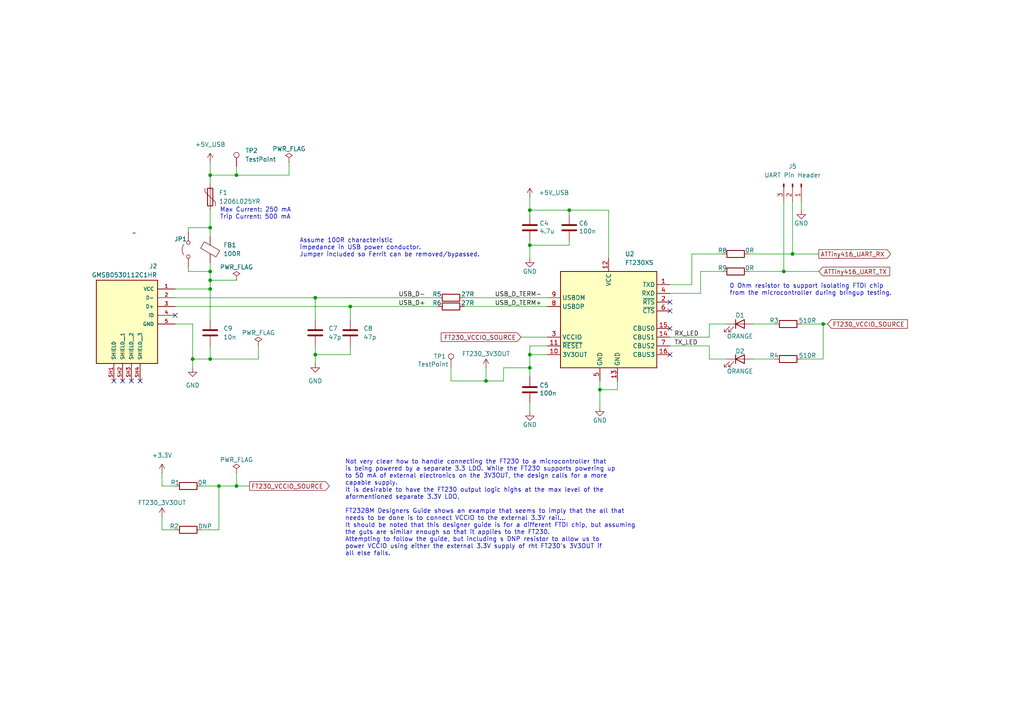
<source format=kicad_sch>
(kicad_sch (version 20231120) (generator "eeschema") (generator_version "8.0")
  (paper "A4")
  (title_block (title "ATTiny416 Development Board") (date "2025-02-09") (rev "1"))
  (lib_symbols
    (symbol "Connector:Conn_01x03_Pin" (pin_names (offset 1.016) hide)
      (property "Reference" "J" (at 0 5.08 0))
      (property "Value" "Conn_01x03_Pin" (at 0 -5.08 0))
      (symbol "Conn_01x03_Pin_1_1"
        (polyline (pts (xy 1.27 -2.54) (xy 0.8636 -2.54)) (stroke (width 0.1524)))
        (polyline (pts (xy 1.27 0) (xy 0.8636 0)) (stroke (width 0.1524)))
        (polyline (pts (xy 1.27 2.54) (xy 0.8636 2.54)) (stroke (width 0.1524)))
        (rectangle (start 0.8636 -2.413) (end 0 -2.667) (stroke (width 0.1524)) (fill (type outline)))
        (rectangle (start 0.8636 0.127) (end 0 -0.127) (stroke (width 0.1524)) (fill (type outline)))
        (rectangle (start 0.8636 2.667) (end 0 2.413) (stroke (width 0.1524)) (fill (type outline)))
        (pin passive line (at 5.08 2.54 180) (length 3.81) (name "Pin_1") (number "1"))
        (pin passive line (at 5.08 0 180) (length 3.81) (name "Pin_2") (number "2"))
        (pin passive line (at 5.08 -2.54 180) (length 3.81) (name "Pin_3") (number "3"))
      )
    )
    (symbol "Connector:TestPoint" (pin_numbers hide) (pin_names (offset 0.762) hide)
      (property "Reference" "TP" (at 0 6.858 0))
      (property "Value" "TestPoint" (at 0 5.08 0))
      (symbol "TestPoint_0_1"
        (circle (center 0 3.302) (radius 0.762))
      )
      (symbol "TestPoint_1_1"
        (pin passive line (at 0 0 90) (length 2.54) (name "1") (number "1"))
      )
    )
    (symbol "Device:C" (pin_numbers hide) (pin_names (offset 0.254))
      (property "Reference" "C" (at 0.635 2.54 0))
      (property "Value" "C" (at 0.635 -2.54 0))
      (symbol "C_0_1"
        (polyline (pts (xy -2.032 -0.762) (xy 2.032 -0.762)) (stroke (width 0.508)))
        (polyline (pts (xy -2.032 0.762) (xy 2.032 0.762)) (stroke (width 0.508)))
      )
      (symbol "C_1_1"
        (pin passive line (at 0 3.81 270) (length 2.794) (name "~") (number "1"))
        (pin passive line (at 0 -3.81 90) (length 2.794) (name "~") (number "2"))
      )
    )
    (symbol "Device:FerriteBead" (pin_numbers hide) (pin_names (offset 0))
      (property "Reference" "FB" (at -3.81 0.635 90))
      (property "Value" "FerriteBead" (at 3.81 0 90))
      (symbol "FerriteBead_0_1"
        (polyline (pts (xy 0 -1.27) (xy 0 -1.2192)))
        (polyline (pts (xy 0 1.27) (xy 0 1.2954)))
        (polyline (pts (xy -2.7686 0.4064) (xy -1.7018 2.2606) (xy 2.7686 -0.3048) (xy 1.6764 -2.159) (xy -2.7686 0.4064)))
      )
      (symbol "FerriteBead_1_1"
        (pin passive line (at 0 3.81 270) (length 2.54) (name "~") (number "1"))
        (pin passive line (at 0 -3.81 90) (length 2.54) (name "~") (number "2"))
      )
    )
    (symbol "Device:LED" (pin_numbers hide) (pin_names (offset 1.016) hide)
      (property "Reference" "D" (at 0 2.54 0))
      (property "Value" "LED" (at 0 -2.54 0))
      (symbol "LED_0_1"
        (polyline (pts (xy -1.27 -1.27) (xy -1.27 1.27)) (stroke (width 0.254)))
        (polyline (pts (xy -1.27 0) (xy 1.27 0)))
        (polyline (pts (xy 1.27 -1.27) (xy 1.27 1.27) (xy -1.27 0) (xy 1.27 -1.27)) (stroke (width 0.254)))
        (polyline (pts (xy -3.048 -0.762) (xy -4.572 -2.286) (xy -3.81 -2.286) (xy -4.572 -2.286) (xy -4.572 -1.524)))
        (polyline (pts (xy -1.778 -0.762) (xy -3.302 -2.286) (xy -2.54 -2.286) (xy -3.302 -2.286) (xy -3.302 -1.524)))
      )
      (symbol "LED_1_1"
        (pin passive line (at -3.81 0 0) (length 2.54) (name "K") (number "1"))
        (pin passive line (at 3.81 0 180) (length 2.54) (name "A") (number "2"))
      )
    )
    (symbol "Device:Polyfuse" (pin_numbers hide) (pin_names (offset 0))
      (property "Reference" "F" (at -2.54 0 90))
      (property "Value" "Polyfuse" (at 2.54 0 90))
      (symbol "Polyfuse_0_1"
        (rectangle (start -0.762 2.54) (end 0.762 -2.54) (stroke (width 0.254)))
        (polyline (pts (xy 0 2.54) (xy 0 -2.54)))
        (polyline (pts (xy -1.524 2.54) (xy -1.524 1.524) (xy 1.524 -1.524) (xy 1.524 -2.54)))
      )
      (symbol "Polyfuse_1_1"
        (pin passive line (at 0 3.81 270) (length 1.27) (name "~") (number "1"))
        (pin passive line (at 0 -3.81 90) (length 1.27) (name "~") (number "2"))
      )
    )
    (symbol "Device:R" (pin_numbers hide) (pin_names (offset 0))
      (property "Reference" "R" (at 2.032 0 90))
      (property "Value" "R" (at 0 0 90))
      (symbol "R_0_1"
        (rectangle (start -1.016 -2.54) (end 1.016 2.54) (stroke (width 0.254)))
      )
      (symbol "R_1_1"
        (pin passive line (at 0 3.81 270) (length 1.27) (name "~") (number "1"))
        (pin passive line (at 0 -3.81 90) (length 1.27) (name "~") (number "2"))
      )
    )
    (symbol "GMSB0530112C1HR:GMSB0530112C1HR" (pin_names (offset 1.016))
      (property "Reference" "J" (at 6.35 12.954 0))
      (property "Value" "GMSB0530112C1HR" (at -11.176 10.668 0))
      (symbol "GMSB0530112C1HR_0_0"
        (rectangle (start -10.16 10.16) (end 7.62 -13.97) (stroke (width 0.254)) (fill (type background)))
        (pin power_in line (at 12.7 7.62 180) (length 5.08) (name "VCC") (number "1"))
        (pin bidirectional line (at 12.7 5.08 180) (length 5.08) (name "D-") (number "2"))
        (pin bidirectional line (at 12.7 2.54 180) (length 5.08) (name "D+") (number "3"))
        (pin bidirectional line (at 12.7 0 180) (length 5.08) (name "ID") (number "4"))
        (pin power_in line (at 12.7 -2.54 180) (length 5.08) (name "GND") (number "5"))
        (pin passive line (at -5.08 -19.05 90) (length 5.08) (name "SHIELD") (number "SH1"))
        (pin passive line (at -2.54 -19.05 90) (length 5.08) (name "SHIELD__1") (number "SH2"))
        (pin passive line (at 0 -19.05 90) (length 5.08) (name "SHIELD__2") (number "SH3"))
        (pin passive line (at 2.54 -19.05 90) (length 5.08) (name "SHIELD__3") (number "SH4"))
      )
    )
    (symbol "Interface_USB:FT230XS"
      (property "Reference" "U2" (at 4.7341 19.05 0))
      (property "Value" "FT230XS" (at 4.7341 16.51 0))
      (symbol "FT230XS_0_1"
        (rectangle (start -13.97 13.97) (end 13.97 -13.97) (stroke (width 0.254)) (fill (type background)))
      )
      (symbol "FT230XS_1_1"
        (pin output line (at 17.78 10.16 180) (length 3.81) (name "TXD") (number "1"))
        (pin power_out line (at -17.78 -10.16 0) (length 3.81) (name "3V3OUT") (number "10"))
        (pin input line (at -17.78 -7.62 0) (length 3.81) (name "~{RESET}") (number "11"))
        (pin power_in line (at 0 17.78 270) (length 3.81) (name "VCC") (number "12"))
        (pin power_in line (at 2.54 -17.78 90) (length 3.81) (name "GND") (number "13"))
        (pin bidirectional line (at 17.78 -5.08 180) (length 3.81) (name "CBUS1") (number "14"))
        (pin bidirectional line (at 17.78 -2.54 180) (length 3.81) (name "CBUS0") (number "15"))
        (pin bidirectional line (at 17.78 -10.16 180) (length 3.81) (name "CBUS3") (number "16"))
        (pin output line (at 17.78 5.08 180) (length 3.81) (name "~{RTS}") (number "2"))
        (pin power_in line (at -17.78 -5.08 0) (length 3.81) (name "VCCIO") (number "3"))
        (pin input line (at 17.78 7.62 180) (length 3.81) (name "RXD") (number "4"))
        (pin power_in line (at -2.54 -17.78 90) (length 3.81) (name "GND") (number "5"))
        (pin input line (at 17.78 2.54 180) (length 3.81) (name "~{CTS}") (number "6"))
        (pin bidirectional line (at 17.78 -7.62 180) (length 3.81) (name "CBUS2") (number "7"))
        (pin bidirectional line (at -17.78 3.81 0) (length 3.81) (name "USBDP") (number "8"))
        (pin bidirectional line (at -17.78 6.35 0) (length 3.81) (name "USBDM") (number "9"))
      )
    )
    (symbol "Jumper:Jumper_2_Open" (pin_numbers hide) (pin_names (offset 0) hide) (exclude_from_sim yes)
      (property "Reference" "JP" (at 0 2.794 0))
      (property "Value" "Jumper_2_Open" (at 0 -2.286 0))
      (symbol "Jumper_2_Open_0_0"
        (circle (center -2.032 0) (radius 0.508))
        (circle (center 2.032 0) (radius 0.508))
      )
      (symbol "Jumper_2_Open_0_1"
        (arc (start 1.524 1.27) (mid 0 1.778) (end -1.524 1.27))
      )
      (symbol "Jumper_2_Open_1_1"
        (pin passive line (at -5.08 0 0) (length 2.54) (name "A") (number "1"))
        (pin passive line (at 5.08 0 180) (length 2.54) (name "B") (number "2"))
      )
    )
    (symbol "power:+3.3V" (power) (pin_numbers hide) (pin_names (offset 0) hide)
      (property "Value" "+3.3V" (at 0 3.556 0))
      (symbol "+3.3V_0_1"
        (polyline (pts (xy -0.762 1.27) (xy 0 2.54)))
        (polyline (pts (xy 0 0) (xy 0 2.54)))
        (polyline (pts (xy 0 2.54) (xy 0.762 1.27)))
      )
      (symbol "+3.3V_1_1"
        (pin power_in line (at 0 0 90) (length 0) (name "~") (number "1"))
      )
    )
    (symbol "power:+5V" (power) (pin_numbers hide) (pin_names (offset 0) hide)
      (property "Value" "+5V" (at 0 3.556 0))
      (symbol "+5V_0_1"
        (polyline (pts (xy -0.762 1.27) (xy 0 2.54)))
        (polyline (pts (xy 0 0) (xy 0 2.54)))
        (polyline (pts (xy 0 2.54) (xy 0.762 1.27)))
      )
      (symbol "+5V_1_1"
        (pin power_in line (at 0 0 90) (length 0) (name "~") (number "1"))
      )
    )
    (symbol "power:GND" (power) (pin_numbers hide) (pin_names (offset 0) hide)
      (property "Value" "GND" (at 0 -3.81 0))
      (symbol "GND_0_1"
        (polyline (pts (xy 0 0) (xy 0 -1.27) (xy 1.27 -1.27) (xy 0 -2.54) (xy -1.27 -1.27) (xy 0 -1.27)))
      )
      (symbol "GND_1_1"
        (pin power_in line (at 0 0 270) (length 0) (name "~") (number "1"))
      )
    )
    (symbol "power:PWR_FLAG" (power) (pin_numbers hide) (pin_names (offset 0) hide)
      (property "Value" "PWR_FLAG" (at 0 3.81 0))
      (symbol "PWR_FLAG_0_0"
        (pin power_out line (at 0 0 90) (length 0) (name "~") (number "1"))
      )
      (symbol "PWR_FLAG_0_1"
        (polyline (pts (xy 0 0) (xy 0 1.27) (xy -1.016 1.905) (xy 0 2.54) (xy 1.016 1.905) (xy 0 1.27)))
      )
    )
  )
  (junction (at 63.5 140.97))
  (junction (at 91.44 102.87))
  (junction (at 153.67 60.96))
  (junction (at 60.96 104.14))
  (junction (at 60.96 78.74))
  (junction (at 227.33 78.74))
  (junction (at 140.97 110.49))
  (junction (at 153.67 71.12))
  (junction (at 153.67 106.68))
  (junction (at 60.96 81.28))
  (junction (at 68.58 50.8))
  (junction (at 101.6 88.9))
  (junction (at 91.44 86.36))
  (junction (at 60.96 66.04))
  (junction (at 173.99 113.03))
  (junction (at 68.58 140.97))
  (junction (at 165.1 60.96))
  (junction (at 153.67 102.87))
  (junction (at 55.88 104.14))
  (junction (at 229.87 73.66))
  (junction (at 60.96 83.82))
  (junction (at 60.96 50.8))
  (junction (at 238.76 93.98))
  (no_connect (at 50.8 91.44))
  (no_connect (at 38.1 110.49))
  (no_connect (at 194.31 90.17))
  (no_connect (at 194.31 87.63))
  (no_connect (at 194.31 95.25))
  (no_connect (at 194.31 102.87))
  (no_connect (at 33.02 110.49))
  (no_connect (at 35.56 110.49))
  (no_connect (at 40.64 110.49))
  (wire (pts (xy 46.99 137.16) (xy 46.99 140.97)))
  (wire (pts (xy 58.42 140.97) (xy 63.5 140.97)))
  (wire (pts (xy 153.67 71.12) (xy 153.67 74.93)))
  (wire (pts (xy 60.96 78.74) (xy 60.96 81.28)))
  (wire (pts (xy 91.44 102.87) (xy 91.44 105.41)))
  (wire (pts (xy 91.44 86.36) (xy 127 86.36)))
  (wire (pts (xy 46.99 153.67) (xy 46.99 149.86)))
  (wire (pts (xy 232.41 58.42) (xy 232.41 60.96)))
  (wire (pts (xy 240.03 93.98) (xy 238.76 93.98)))
  (wire (pts (xy 179.07 110.49) (xy 179.07 113.03)))
  (wire (pts (xy 176.53 60.96) (xy 176.53 74.93)))
  (wire (pts (xy 140.97 106.68) (xy 140.97 110.49)))
  (wire (pts (xy 153.67 71.12) (xy 153.67 69.85)))
  (wire (pts (xy 153.67 100.33) (xy 158.75 100.33)))
  (wire (pts (xy 134.62 86.36) (xy 158.75 86.36)))
  (wire (pts (xy 60.96 100.33) (xy 60.96 104.14)))
  (wire (pts (xy 205.74 97.79) (xy 205.74 93.98)))
  (wire (pts (xy 140.97 110.49) (xy 146.05 110.49)))
  (wire (pts (xy 60.96 81.28) (xy 60.96 83.82)))
  (wire (pts (xy 238.76 93.98) (xy 238.76 104.14)))
  (wire (pts (xy 194.31 82.55) (xy 200.66 82.55)))
  (wire (pts (xy 83.82 50.8) (xy 68.58 50.8)))
  (wire (pts (xy 60.96 81.28) (xy 68.58 81.28)))
  (wire (pts (xy 203.2 78.74) (xy 203.2 85.09)))
  (wire (pts (xy 229.87 73.66) (xy 237.49 73.66)))
  (wire (pts (xy 165.1 60.96) (xy 176.53 60.96)))
  (wire (pts (xy 130.81 110.49) (xy 140.97 110.49)))
  (wire (pts (xy 205.74 100.33) (xy 194.31 100.33)))
  (wire (pts (xy 153.67 60.96) (xy 153.67 62.23)))
  (wire (pts (xy 101.6 88.9) (xy 101.6 92.71)))
  (wire (pts (xy 227.33 78.74) (xy 237.49 78.74)))
  (wire (pts (xy 153.67 60.96) (xy 165.1 60.96)))
  (wire (pts (xy 63.5 153.67) (xy 63.5 140.97)))
  (wire (pts (xy 50.8 93.98) (xy 55.88 93.98)))
  (wire (pts (xy 165.1 69.85) (xy 165.1 71.12)))
  (wire (pts (xy 101.6 102.87) (xy 101.6 100.33)))
  (wire (pts (xy 217.17 78.74) (xy 227.33 78.74)))
  (wire (pts (xy 134.62 88.9) (xy 158.75 88.9)))
  (wire (pts (xy 194.31 97.79) (xy 205.74 97.79)))
  (wire (pts (xy 165.1 71.12) (xy 153.67 71.12)))
  (wire (pts (xy 153.67 116.84) (xy 153.67 119.38)))
  (wire (pts (xy 153.67 100.33) (xy 153.67 102.87)))
  (wire (pts (xy 55.88 93.98) (xy 55.88 104.14)))
  (wire (pts (xy 91.44 102.87) (xy 101.6 102.87)))
  (wire (pts (xy 232.41 93.98) (xy 238.76 93.98)))
  (wire (pts (xy 60.96 66.04) (xy 60.96 60.96)))
  (wire (pts (xy 165.1 60.96) (xy 165.1 62.23)))
  (wire (pts (xy 68.58 50.8) (xy 60.96 50.8)))
  (wire (pts (xy 74.93 100.33) (xy 74.93 104.14)))
  (wire (pts (xy 200.66 73.66) (xy 209.55 73.66)))
  (wire (pts (xy 91.44 100.33) (xy 91.44 102.87)))
  (wire (pts (xy 50.8 88.9) (xy 101.6 88.9)))
  (wire (pts (xy 210.82 104.14) (xy 205.74 104.14)))
  (wire (pts (xy 50.8 153.67) (xy 46.99 153.67)))
  (wire (pts (xy 101.6 88.9) (xy 127 88.9)))
  (wire (pts (xy 50.8 86.36) (xy 91.44 86.36)))
  (wire (pts (xy 54.61 66.04) (xy 60.96 66.04)))
  (wire (pts (xy 205.74 104.14) (xy 205.74 100.33)))
  (wire (pts (xy 58.42 153.67) (xy 63.5 153.67)))
  (wire (pts (xy 151.13 97.79) (xy 158.75 97.79)))
  (wire (pts (xy 60.96 50.8) (xy 60.96 46.99)))
  (wire (pts (xy 217.17 73.66) (xy 229.87 73.66)))
  (wire (pts (xy 153.67 102.87) (xy 153.67 106.68)))
  (wire (pts (xy 60.96 83.82) (xy 60.96 92.71)))
  (wire (pts (xy 60.96 53.34) (xy 60.96 50.8)))
  (wire (pts (xy 179.07 113.03) (xy 173.99 113.03)))
  (wire (pts (xy 146.05 106.68) (xy 153.67 106.68)))
  (wire (pts (xy 60.96 78.74) (xy 60.96 76.2)))
  (wire (pts (xy 194.31 85.09) (xy 203.2 85.09)))
  (wire (pts (xy 229.87 58.42) (xy 229.87 73.66)))
  (wire (pts (xy 60.96 104.14) (xy 55.88 104.14)))
  (wire (pts (xy 68.58 48.26) (xy 68.58 50.8)))
  (wire (pts (xy 200.66 73.66) (xy 200.66 82.55)))
  (wire (pts (xy 68.58 140.97) (xy 72.39 140.97)))
  (wire (pts (xy 68.58 137.16) (xy 68.58 140.97)))
  (wire (pts (xy 153.67 106.68) (xy 153.67 109.22)))
  (wire (pts (xy 203.2 78.74) (xy 209.55 78.74)))
  (wire (pts (xy 218.44 104.14) (xy 224.79 104.14)))
  (wire (pts (xy 91.44 86.36) (xy 91.44 92.71)))
  (wire (pts (xy 54.61 78.74) (xy 60.96 78.74)))
  (wire (pts (xy 232.41 104.14) (xy 238.76 104.14)))
  (wire (pts (xy 74.93 104.14) (xy 60.96 104.14)))
  (wire (pts (xy 63.5 140.97) (xy 68.58 140.97)))
  (wire (pts (xy 173.99 110.49) (xy 173.99 113.03)))
  (wire (pts (xy 55.88 104.14) (xy 55.88 106.68)))
  (wire (pts (xy 153.67 57.15) (xy 153.67 60.96)))
  (wire (pts (xy 46.99 140.97) (xy 50.8 140.97)))
  (wire (pts (xy 50.8 83.82) (xy 60.96 83.82)))
  (wire (pts (xy 146.05 110.49) (xy 146.05 106.68)))
  (wire (pts (xy 227.33 58.42) (xy 227.33 78.74)))
  (wire (pts (xy 60.96 68.58) (xy 60.96 66.04)))
  (wire (pts (xy 173.99 113.03) (xy 173.99 118.11)))
  (wire (pts (xy 54.61 67.31) (xy 54.61 66.04)))
  (wire (pts (xy 153.67 102.87) (xy 158.75 102.87)))
  (wire (pts (xy 205.74 93.98) (xy 210.82 93.98)))
  (wire (pts (xy 218.44 93.98) (xy 224.79 93.98)))
  (wire (pts (xy 130.81 106.68) (xy 130.81 110.49)))
  (wire (pts (xy 54.61 77.47) (xy 54.61 78.74)))
  (wire (pts (xy 83.82 46.99) (xy 83.82 50.8)))
  (text "Not very clear how to handle connecting the FT230 to a microcontroller that\nis being powered by a separate 3.3 LDO. While the FT230 supports powering up\nto 50 mA of external electronics on the 3V3OUT, the design calls for a more\ncapable supply. \nIt is desirable to have the FT230 output logic highs at the max level of the \naformentioned separate 3.3V LDO, \n\nFT232BM Designers Guide shows an example that seems to imply that the all that\nneeds to be done is to connect VCCIO to the external 3.3V rail...\nIt should be noted that this designer guide is for a different FTDI chip, but assuming\nthe guts are similar enough so that it applies to the FT230.\nAttempting to follow the guide, but including s DNP resistor to allow us to \npower VCCIO using either the external 3.3V supply of rht FT230's 3V3OUT if\nall else fails." (at 100.076 147.32 0) (effects (font (size 1.27 1.27)) (justify left)))
  (text "0 Ohm resistor to support isolating FTDI chip\nfrom the microcontroller during bringup testing." (at 211.582 84.074 0) (effects (font (size 1.27 1.27)) (justify left)))
  (text "Assume 100R characteristic \nimpedance in USB power conductor.\nJumper included so Ferrit can be removed/bypassed." (at 86.868 71.882 0) (effects (font (size 1.27 1.27)) (justify left)))
  (text "Max Current: 250 mA\nTrip Current: 500 mA" (at 63.754 61.976 0) (effects (font (size 1.27 1.27)) (justify left)))
  (label "USB_D-" (at 115.57 86.36 0))
  (label "USB_D_TERM+" (at 143.51 88.9 0))
  (label "TX_LED" (at 195.58 100.33 0))
  (label "USB_D_TERM-" (at 143.51 86.36 0))
  (label "USB_D+" (at 115.57 88.9 0))
  (label "RX_LED" (at 195.58 97.79 0))
  (global_label "FT230_VCCIO_SOURCE" (shape input) (at 151.13 97.79 180) (property "Intersheetrefs" "${INTERSHEET_REFS}" (effects (hide yes))))
  (global_label "FT230_VCCIO_SOURCE" (shape output) (at 72.39 140.97 0) (property "Intersheetrefs" "${INTERSHEET_REFS}" (effects (hide yes))))
  (global_label "ATTiny416_UART_RX" (shape output) (at 237.49 73.66 0) (property "Intersheetrefs" "${INTERSHEET_REFS}" (effects (hide yes))))
  (global_label "FT230_VCCIO_SOURCE" (shape input) (at 240.03 93.98 0) (property "Intersheetrefs" "${INTERSHEET_REFS}" (effects (hide yes))))
  (global_label "ATTiny416_UART_TX" (shape input) (at 237.49 78.74 0) (property "Intersheetrefs" "${INTERSHEET_REFS}" (effects (hide yes))))
  (symbol (lib_id "GMSB0530112C1HR:GMSB0530112C1HR") (at 38.1 91.44 0) (unit 1)
    (property "Reference" "J2" (at 44.45 77.216 0))
    (property "Value" "GMSB0530112C1HR" (at 36.068 79.756 0))
    (property "Footprint" "GMSB0530112C1HR:AMPHENOL_GMSB0530112C1HR" (effects (hide yes)))
    (property "PARTREV" "AX4" (effects (hide yes)))
    (property "STANDARD" "Manufacturer Recommendations" (effects (hide yes)))
    (property "MAXIMUM_PACKAGE_HEIGHT" "4.05 mm" (effects (hide yes)))
    (property "MANUFACTURER" "Amphenol" (effects (hide yes)))
    (property "PN" "GMSB0530112C1HR" (effects (hide yes)))
  )
  (symbol (lib_id "power:+5V") (at 153.67 57.15 0) (unit 1)
    (property "Reference" "#PWR010" (effects (hide yes)))
    (property "Value" "+5V_USB" (at 156.21 55.8799 0) (effects (justify left)))
    (property "Description" "Power symbol creates a global label with name \"+5V\"" (effects (hide yes)))
  )
  (symbol (lib_id "Connector:Conn_01x03_Pin") (at 229.87 53.34 270) (unit 1)
    (property "Reference" "J5" (at 229.87 48.26 90))
    (property "Value" "UART Pin Header" (at 229.87 50.8 90))
    (property "Footprint" "Connector_PinHeader_2.54mm:PinHeader_1x03_P2.54mm_Vertical" (effects (hide yes)))
    (property "Description" "Generic connector, single row, 01x03, script generated" (effects (hide yes)))
  )
  (symbol (lib_id "power:GND") (at 232.41 60.96 0) (unit 1)
    (property "Reference" "#PWR030" (effects (hide yes)))
    (property "Value" "GND" (at 232.41 64.77 0))
    (property "Description" "Power symbol creates a global label with name \"GND\" , ground" (effects (hide yes)))
  )
  (symbol (lib_id "Device:R") (at 228.6 104.14 90) (unit 1)
    (property "Reference" "R4" (at 224.536 103.124 90))
    (property "Value" "510R" (at 234.188 103.124 90))
    (property "Footprint" "Resistor_SMD:R_0805_2012Metric_Pad1.20x1.40mm_HandSolder" (effects (hide yes)))
    (property "Description" "Resistor" (effects (hide yes)))
    (property "PN" "RC0603FR-0778R7L" (effects (hide yes)))
  )
  (symbol (lib_id "power:PWR_FLAG") (at 68.58 81.28 0) (unit 1)
    (property "Reference" "#FLG02" (effects (hide yes)))
    (property "Value" "PWR_FLAG" (at 68.58 77.47 0))
    (property "Description" "Special symbol for telling ERC where power comes from" (effects (hide yes)))
  )
  (symbol (lib_id "Device:R") (at 54.61 140.97 90) (unit 1)
    (property "Reference" "R1" (at 50.8 139.954 90))
    (property "Value" "0R" (at 58.674 139.954 90))
    (property "Footprint" "Resistor_SMD:R_0805_2012Metric_Pad1.20x1.40mm_HandSolder" (effects (hide yes)))
    (property "Description" "Resistor" (effects (hide yes)))
    (property "PN" "NRC06ZOTRF" (effects (hide yes)))
  )
  (symbol (lib_id "Connector:TestPoint") (at 68.58 48.26 0) (unit 1)
    (property "Reference" "TP2" (at 71.12 43.6879 0) (effects (justify left)))
    (property "Value" "TestPoint" (at 71.12 46.2279 0) (effects (justify left)))
    (property "Footprint" "TestPoint:TestPoint_Pad_D2.5mm" (effects (hide yes)))
    (property "Description" "test point" (effects (hide yes)))
  )
  (symbol (lib_id "power:+3.3V") (at 46.99 137.16 0) (mirror y) (unit 1)
    (property "Reference" "#PWR08" (effects (hide yes)))
    (property "Value" "+3.3V" (at 46.99 132.08 0))
    (property "Description" "Power symbol creates a global label with name \"+3.3V\"" (effects (hide yes)))
  )
  (symbol (lib_id "Device:C") (at 153.67 113.03 0) (unit 1)
    (property "Reference" "C5" (at 156.464 111.76 0) (effects (justify left)))
    (property "Value" "100n" (at 156.464 114.046 0) (effects (justify left)))
    (property "Footprint" "Capacitor_SMD:C_0805_2012Metric_Pad1.18x1.45mm_HandSolder" (effects (hide yes)))
    (property "Description" "Unpolarized capacitor" (effects (hide yes)))
  )
  (symbol (lib_id "Device:LED") (at 214.63 104.14 0) (unit 1)
    (property "Reference" "D2" (at 214.63 101.854 0))
    (property "Value" "ORANGE" (at 214.63 107.696 0))
    (property "Footprint" "Diode_SMD:D_0805_2012Metric_Pad1.15x1.40mm_HandSolder" (effects (hide yes)))
    (property "Description" "Light emitting diode" (effects (hide yes)))
    (property "PN" "SML-211DTT86" (effects (hide yes)))
  )
  (symbol (lib_id "Device:R") (at 130.81 86.36 90) (unit 1)
    (property "Reference" "R5" (at 126.746 85.344 90))
    (property "Value" "27R" (at 135.636 85.344 90))
    (property "Footprint" "Resistor_SMD:R_0805_2012Metric_Pad1.20x1.40mm_HandSolder" (effects (hide yes)))
    (property "Description" "Resistor" (effects (hide yes)))
  )
  (symbol (lib_id "Device:R") (at 54.61 153.67 90) (unit 1)
    (property "Reference" "R2" (at 50.546 152.654 90))
    (property "Value" "DNP" (at 59.436 152.654 90))
    (property "Footprint" "Resistor_SMD:R_0805_2012Metric_Pad1.20x1.40mm_HandSolder" (effects (hide yes)))
    (property "Description" "Resistor" (effects (hide yes)))
    (property "PN" "NRC06ZOTRF" (effects (hide yes)))
  )
  (symbol (lib_id "Device:R") (at 213.36 73.66 90) (unit 1)
    (property "Reference" "R8" (at 209.55 72.644 90))
    (property "Value" "0R" (at 217.424 72.644 90))
    (property "Footprint" "Resistor_SMD:R_0805_2012Metric_Pad1.20x1.40mm_HandSolder" (effects (hide yes)))
    (property "Description" "Resistor" (effects (hide yes)))
    (property "PN" "NRC06ZOTRF" (effects (hide yes)))
  )
  (symbol (lib_id "power:PWR_FLAG") (at 74.93 100.33 0) (unit 1)
    (property "Reference" "#FLG04" (effects (hide yes)))
    (property "Value" "PWR_FLAG" (at 74.93 96.52 0))
    (property "Description" "Special symbol for telling ERC where power comes from" (effects (hide yes)))
  )
  (symbol (lib_id "power:GND") (at 91.44 105.41 0) (unit 1)
    (property "Reference" "#PWR017" (effects (hide yes)))
    (property "Value" "GND" (at 91.44 110.49 0))
    (property "Description" "Power symbol creates a global label with name \"GND\" , ground" (effects (hide yes)))
  )
  (symbol (lib_id "Connector:TestPoint") (at 130.81 106.68 0) (unit 1)
    (property "Reference" "TP1" (at 125.73 103.378 0) (effects (justify left)))
    (property "Value" "TestPoint" (at 121.158 105.664 0) (effects (justify left)))
    (property "Footprint" "TestPoint:TestPoint_Pad_D2.5mm" (effects (hide yes)))
    (property "Description" "test point" (effects (hide yes)))
  )
  (symbol (lib_id "Device:R") (at 130.81 88.9 90) (unit 1)
    (property "Reference" "R6" (at 126.746 87.884 90))
    (property "Value" "27R" (at 135.636 87.884 90))
    (property "Footprint" "Resistor_SMD:R_0805_2012Metric_Pad1.20x1.40mm_HandSolder" (effects (hide yes)))
    (property "Description" "Resistor" (effects (hide yes)))
  )
  (symbol (lib_id "Device:C") (at 91.44 96.52 0) (unit 1)
    (property "Reference" "C7" (at 95.25 95.2499 0) (effects (justify left)))
    (property "Value" "47p" (at 95.25 97.7899 0) (effects (justify left)))
    (property "Footprint" "Capacitor_SMD:C_0805_2012Metric_Pad1.18x1.45mm_HandSolder" (effects (hide yes)))
    (property "Description" "Unpolarized capacitor" (effects (hide yes)))
  )
  (symbol (lib_id "power:GND") (at 173.99 118.11 0) (unit 1)
    (property "Reference" "#PWR013" (effects (hide yes)))
    (property "Value" "GND" (at 173.99 121.92 0))
    (property "Description" "Power symbol creates a global label with name \"GND\" , ground" (effects (hide yes)))
  )
  (symbol (lib_id "power:GND") (at 153.67 74.93 0) (unit 1)
    (property "Reference" "#PWR011" (effects (hide yes)))
    (property "Value" "GND" (at 153.67 78.74 0))
    (property "Description" "Power symbol creates a global label with name \"GND\" , ground" (effects (hide yes)))
  )
  (symbol (lib_id "Device:C") (at 165.1 66.04 0) (unit 1)
    (property "Reference" "C6" (at 167.894 64.77 0) (effects (justify left)))
    (property "Value" "100n" (at 167.894 67.056 0) (effects (justify left)))
    (property "Footprint" "Capacitor_SMD:C_0805_2012Metric_Pad1.18x1.45mm_HandSolder" (effects (hide yes)))
    (property "Description" "Unpolarized capacitor" (effects (hide yes)))
  )
  (symbol (lib_id "Device:Polyfuse") (at 60.96 57.15 0) (unit 1)
    (property "Reference" "F1" (at 63.5 55.8799 0) (effects (justify left)))
    (property "Value" "1206L025YR" (at 63.5 58.4199 0) (effects (justify left)))
    (property "Footprint" "Fuse:Fuse_1206_3216Metric" (effects (hide yes)))
    (property "Description" "Resettable fuse, polymeric positive temperature coefficient" (effects (hide yes)))
    (property "PN" "1206L025YR" (effects (hide yes)))
  )
  (symbol (lib_id "power:GND") (at 55.88 106.68 0) (unit 1)
    (property "Reference" "#PWR014" (effects (hide yes)))
    (property "Value" "GND" (at 55.88 111.76 0))
    (property "Description" "Power symbol creates a global label with name \"GND\" , ground" (effects (hide yes)))
  )
  (symbol (lib_id "Device:FerriteBead") (at 60.96 72.39 0) (unit 1)
    (property "Reference" "FB1" (at 64.77 71.0691 0) (effects (justify left)))
    (property "Value" "100R" (at 64.77 73.6091 0) (effects (justify left)))
    (property "Footprint" "Resistor_SMD:R_1206_3216Metric_Pad1.30x1.75mm_HandSolder" (effects (hide yes)))
    (property "Description" "Ferrite bead" (effects (hide yes)))
    (property "PN" "HI1206N101R-10" (effects (hide yes)))
  )
  (symbol (lib_id "power:+5V") (at 60.96 46.99 0) (unit 1)
    (property "Reference" "#PWR015" (effects (hide yes)))
    (property "Value" "+5V_USB" (at 60.96 41.91 0))
    (property "Description" "Power symbol creates a global label with name \"+5V\"" (effects (hide yes)))
  )
  (symbol (lib_id "Device:R") (at 228.6 93.98 90) (unit 1)
    (property "Reference" "R3" (at 224.536 92.964 90))
    (property "Value" "510R" (at 234.188 92.964 90))
    (property "Footprint" "Resistor_SMD:R_0805_2012Metric_Pad1.20x1.40mm_HandSolder" (effects (hide yes)))
    (property "Description" "Resistor" (effects (hide yes)))
    (property "PN" "RC0603FR-0778R7L" (effects (hide yes)))
  )
  (symbol (lib_id "power:+3.3V") (at 46.99 149.86 0) (mirror y) (unit 1)
    (property "Reference" "#PWR09" (effects (hide yes)))
    (property "Value" "FT230_3V3OUT" (at 46.99 145.796 0))
    (property "Description" "Power symbol creates a global label with name \"+3.3V\"" (effects (hide yes)))
  )
  (symbol (lib_id "Device:C") (at 101.6 96.52 0) (unit 1)
    (property "Reference" "C8" (at 105.41 95.2499 0) (effects (justify left)))
    (property "Value" "47p" (at 105.41 97.7899 0) (effects (justify left)))
    (property "Footprint" "Capacitor_SMD:C_0805_2012Metric_Pad1.18x1.45mm_HandSolder" (effects (hide yes)))
    (property "Description" "Unpolarized capacitor" (effects (hide yes)))
  )
  (symbol (lib_id "Device:C") (at 60.96 96.52 0) (unit 1)
    (property "Reference" "C9" (at 64.77 95.2499 0) (effects (justify left)))
    (property "Value" "10n" (at 64.77 97.7899 0) (effects (justify left)))
    (property "Footprint" "Capacitor_SMD:C_0805_2012Metric_Pad1.18x1.45mm_HandSolder" (effects (hide yes)))
    (property "Description" "Unpolarized capacitor" (effects (hide yes)))
  )
  (symbol (lib_id "Jumper:Jumper_2_Open") (at 54.61 72.39 90) (unit 1) (exclude_from_sim yes)
    (property "Reference" "JP1" (at 50.546 69.342 90) (effects (justify right)))
    (property "Value" "~" (at 38.354 67.564 90) (effects (justify right)))
    (property "Footprint" "Jumper:SolderJumper-2_P1.3mm_Open_RoundedPad1.0x1.5mm" (effects (hide yes)))
    (property "Description" "Jumper, 2-pole, open" (effects (hide yes)))
  )
  (symbol (lib_id "Device:C") (at 153.67 66.04 0) (unit 1)
    (property "Reference" "C4" (at 156.464 64.77 0) (effects (justify left)))
    (property "Value" "4.7u" (at 156.464 67.056 0) (effects (justify left)))
    (property "Footprint" "Capacitor_SMD:C_0805_2012Metric_Pad1.18x1.45mm_HandSolder" (effects (hide yes)))
    (property "Description" "Unpolarized capacitor" (effects (hide yes)))
  )
  (symbol (lib_id "power:+3.3V") (at 140.97 106.68 0) (mirror y) (unit 1)
    (property "Reference" "#PWR07" (effects (hide yes)))
    (property "Value" "FT230_3V3OUT" (at 140.97 102.616 0))
    (property "Description" "Power symbol creates a global label with name \"+3.3V\"" (effects (hide yes)))
  )
  (symbol (lib_id "Interface_USB:FT230XS") (at 176.53 92.71 0) (unit 1)
    (property "Reference" "U2" (at 181.2641 73.66 0) (effects (justify left)))
    (property "Value" "FT230XS" (at 181.2641 76.2 0) (effects (justify left)))
    (property "Footprint" "Package_SO:SSOP-16_3.9x4.9mm_P0.635mm" (effects (hide yes)))
    (property "Datasheet" "https://www.ftdichip.com/Support/Documents/DataSheets/ICs/DS_FT230X.pdf" (effects (hide yes)))
    (property "Description" "Full Speed USB to Basic UART, SSOP-16" (effects (hide yes)))
  )
  (symbol (lib_id "Device:R") (at 213.36 78.74 90) (unit 1)
    (property "Reference" "R9" (at 209.55 77.724 90))
    (property "Value" "0R" (at 217.424 77.724 90))
    (property "Footprint" "Resistor_SMD:R_0805_2012Metric_Pad1.20x1.40mm_HandSolder" (effects (hide yes)))
    (property "Description" "Resistor" (effects (hide yes)))
    (property "PN" "NRC06ZOTRF" (effects (hide yes)))
  )
  (symbol (lib_id "power:PWR_FLAG") (at 83.82 46.99 0) (unit 1)
    (property "Reference" "#FLG03" (effects (hide yes)))
    (property "Value" "PWR_FLAG" (at 83.82 43.18 0))
    (property "Description" "Special symbol for telling ERC where power comes from" (effects (hide yes)))
  )
  (symbol (lib_id "power:PWR_FLAG") (at 68.58 137.16 0) (unit 1)
    (property "Reference" "#FLG05" (effects (hide yes)))
    (property "Value" "PWR_FLAG" (at 68.58 133.35 0))
    (property "Description" "Special symbol for telling ERC where power comes from" (effects (hide yes)))
  )
  (symbol (lib_id "power:GND") (at 153.67 119.38 0) (unit 1)
    (property "Reference" "#PWR012" (effects (hide yes)))
    (property "Value" "GND" (at 153.67 123.19 0))
    (property "Description" "Power symbol creates a global label with name \"GND\" , ground" (effects (hide yes)))
  )
  (symbol (lib_id "Device:LED") (at 214.63 93.98 0) (unit 1)
    (property "Reference" "D1" (at 214.63 91.44 0))
    (property "Value" "ORANGE" (at 214.63 97.536 0))
    (property "Footprint" "Diode_SMD:D_0805_2012Metric_Pad1.15x1.40mm_HandSolder" (effects (hide yes)))
    (property "Description" "Light emitting diode" (effects (hide yes)))
    (property "PN" "SML-211DTT86" (effects (hide yes)))
  )
)
</source>
